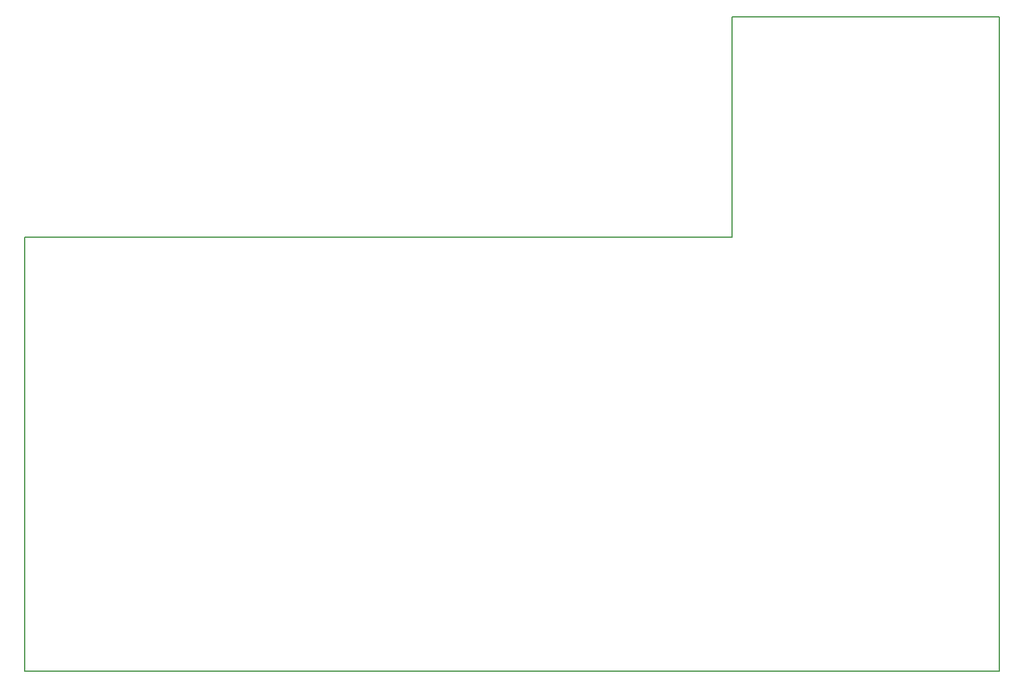
<source format=gm1>
G04 #@! TF.GenerationSoftware,KiCad,Pcbnew,8.0.9*
G04 #@! TF.CreationDate,2025-04-09T11:12:09-04:00*
G04 #@! TF.ProjectId,RAMEXPB_V3,52414d45-5850-4425-9f56-332e6b696361,rev?*
G04 #@! TF.SameCoordinates,Original*
G04 #@! TF.FileFunction,Profile,NP*
%FSLAX46Y46*%
G04 Gerber Fmt 4.6, Leading zero omitted, Abs format (unit mm)*
G04 Created by KiCad (PCBNEW 8.0.9) date 2025-04-09 11:12:09*
%MOMM*%
%LPD*%
G01*
G04 APERTURE LIST*
G04 #@! TA.AperFunction,Profile*
%ADD10C,0.150000*%
G04 #@! TD*
G04 APERTURE END LIST*
D10*
X75560000Y-104460000D02*
X174990000Y-104460000D01*
X212560000Y-73480000D02*
X174990000Y-73480000D01*
X212560000Y-165480000D02*
X212560000Y-73480000D01*
X75560000Y-165480000D02*
X75560000Y-104460000D01*
X212560000Y-165480000D02*
X75560000Y-165480000D01*
X174990000Y-104460000D02*
X174990000Y-73480000D01*
M02*

</source>
